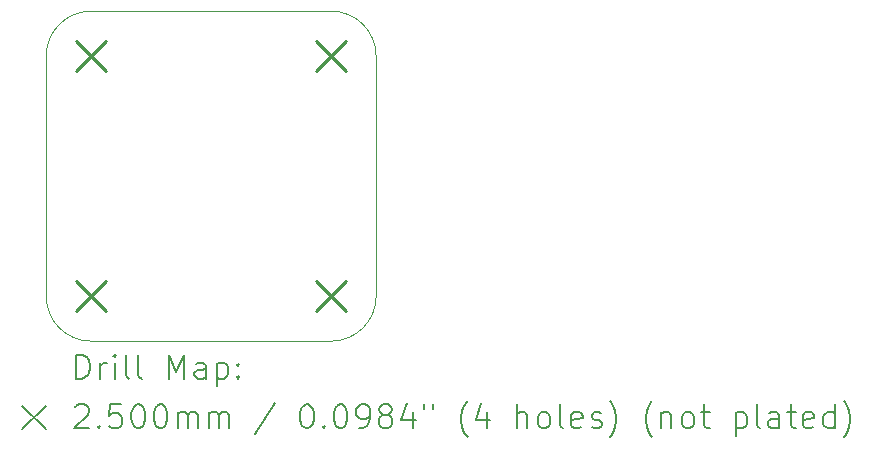
<source format=gbr>
%TF.GenerationSoftware,KiCad,Pcbnew,7.0.8*%
%TF.CreationDate,2023-10-26T16:31:38-05:00*%
%TF.ProjectId,iowa-rover-kiosk-power-cycler,696f7761-2d72-46f7-9665-722d6b696f73,rev?*%
%TF.SameCoordinates,Original*%
%TF.FileFunction,Drillmap*%
%TF.FilePolarity,Positive*%
%FSLAX45Y45*%
G04 Gerber Fmt 4.5, Leading zero omitted, Abs format (unit mm)*
G04 Created by KiCad (PCBNEW 7.0.8) date 2023-10-26 16:31:38*
%MOMM*%
%LPD*%
G01*
G04 APERTURE LIST*
%ADD10C,0.100000*%
%ADD11C,0.200000*%
%ADD12C,0.250000*%
G04 APERTURE END LIST*
D10*
X12573000Y-4572000D02*
X10541000Y-4572000D01*
X12954000Y-6985000D02*
X12954000Y-4953000D01*
X10541000Y-7366000D02*
X12573000Y-7366000D01*
X10160000Y-4953000D02*
X10160000Y-6985000D01*
X10160000Y-6985000D02*
G75*
G03*
X10541000Y-7366000I381000J0D01*
G01*
X12573000Y-7366000D02*
G75*
G03*
X12954000Y-6985000I0J381000D01*
G01*
X12954000Y-4953000D02*
G75*
G03*
X12573000Y-4572000I-381000J0D01*
G01*
X10541000Y-4572000D02*
G75*
G03*
X10160000Y-4953000I0J-381000D01*
G01*
D11*
D12*
X10416000Y-4828000D02*
X10666000Y-5078000D01*
X10666000Y-4828000D02*
X10416000Y-5078000D01*
X10416000Y-6860000D02*
X10666000Y-7110000D01*
X10666000Y-6860000D02*
X10416000Y-7110000D01*
X12448000Y-4828000D02*
X12698000Y-5078000D01*
X12698000Y-4828000D02*
X12448000Y-5078000D01*
X12448000Y-6860000D02*
X12698000Y-7110000D01*
X12698000Y-6860000D02*
X12448000Y-7110000D01*
D11*
X10415777Y-7682484D02*
X10415777Y-7482484D01*
X10415777Y-7482484D02*
X10463396Y-7482484D01*
X10463396Y-7482484D02*
X10491967Y-7492008D01*
X10491967Y-7492008D02*
X10511015Y-7511055D01*
X10511015Y-7511055D02*
X10520539Y-7530103D01*
X10520539Y-7530103D02*
X10530063Y-7568198D01*
X10530063Y-7568198D02*
X10530063Y-7596769D01*
X10530063Y-7596769D02*
X10520539Y-7634865D01*
X10520539Y-7634865D02*
X10511015Y-7653912D01*
X10511015Y-7653912D02*
X10491967Y-7672960D01*
X10491967Y-7672960D02*
X10463396Y-7682484D01*
X10463396Y-7682484D02*
X10415777Y-7682484D01*
X10615777Y-7682484D02*
X10615777Y-7549150D01*
X10615777Y-7587246D02*
X10625301Y-7568198D01*
X10625301Y-7568198D02*
X10634824Y-7558674D01*
X10634824Y-7558674D02*
X10653872Y-7549150D01*
X10653872Y-7549150D02*
X10672920Y-7549150D01*
X10739586Y-7682484D02*
X10739586Y-7549150D01*
X10739586Y-7482484D02*
X10730063Y-7492008D01*
X10730063Y-7492008D02*
X10739586Y-7501531D01*
X10739586Y-7501531D02*
X10749110Y-7492008D01*
X10749110Y-7492008D02*
X10739586Y-7482484D01*
X10739586Y-7482484D02*
X10739586Y-7501531D01*
X10863396Y-7682484D02*
X10844348Y-7672960D01*
X10844348Y-7672960D02*
X10834824Y-7653912D01*
X10834824Y-7653912D02*
X10834824Y-7482484D01*
X10968158Y-7682484D02*
X10949110Y-7672960D01*
X10949110Y-7672960D02*
X10939586Y-7653912D01*
X10939586Y-7653912D02*
X10939586Y-7482484D01*
X11196729Y-7682484D02*
X11196729Y-7482484D01*
X11196729Y-7482484D02*
X11263396Y-7625341D01*
X11263396Y-7625341D02*
X11330062Y-7482484D01*
X11330062Y-7482484D02*
X11330062Y-7682484D01*
X11511015Y-7682484D02*
X11511015Y-7577722D01*
X11511015Y-7577722D02*
X11501491Y-7558674D01*
X11501491Y-7558674D02*
X11482443Y-7549150D01*
X11482443Y-7549150D02*
X11444348Y-7549150D01*
X11444348Y-7549150D02*
X11425301Y-7558674D01*
X11511015Y-7672960D02*
X11491967Y-7682484D01*
X11491967Y-7682484D02*
X11444348Y-7682484D01*
X11444348Y-7682484D02*
X11425301Y-7672960D01*
X11425301Y-7672960D02*
X11415777Y-7653912D01*
X11415777Y-7653912D02*
X11415777Y-7634865D01*
X11415777Y-7634865D02*
X11425301Y-7615817D01*
X11425301Y-7615817D02*
X11444348Y-7606293D01*
X11444348Y-7606293D02*
X11491967Y-7606293D01*
X11491967Y-7606293D02*
X11511015Y-7596769D01*
X11606253Y-7549150D02*
X11606253Y-7749150D01*
X11606253Y-7558674D02*
X11625301Y-7549150D01*
X11625301Y-7549150D02*
X11663396Y-7549150D01*
X11663396Y-7549150D02*
X11682443Y-7558674D01*
X11682443Y-7558674D02*
X11691967Y-7568198D01*
X11691967Y-7568198D02*
X11701491Y-7587246D01*
X11701491Y-7587246D02*
X11701491Y-7644388D01*
X11701491Y-7644388D02*
X11691967Y-7663436D01*
X11691967Y-7663436D02*
X11682443Y-7672960D01*
X11682443Y-7672960D02*
X11663396Y-7682484D01*
X11663396Y-7682484D02*
X11625301Y-7682484D01*
X11625301Y-7682484D02*
X11606253Y-7672960D01*
X11787205Y-7663436D02*
X11796729Y-7672960D01*
X11796729Y-7672960D02*
X11787205Y-7682484D01*
X11787205Y-7682484D02*
X11777682Y-7672960D01*
X11777682Y-7672960D02*
X11787205Y-7663436D01*
X11787205Y-7663436D02*
X11787205Y-7682484D01*
X11787205Y-7558674D02*
X11796729Y-7568198D01*
X11796729Y-7568198D02*
X11787205Y-7577722D01*
X11787205Y-7577722D02*
X11777682Y-7568198D01*
X11777682Y-7568198D02*
X11787205Y-7558674D01*
X11787205Y-7558674D02*
X11787205Y-7577722D01*
X9955000Y-7911000D02*
X10155000Y-8111000D01*
X10155000Y-7911000D02*
X9955000Y-8111000D01*
X10406253Y-7921531D02*
X10415777Y-7912008D01*
X10415777Y-7912008D02*
X10434824Y-7902484D01*
X10434824Y-7902484D02*
X10482444Y-7902484D01*
X10482444Y-7902484D02*
X10501491Y-7912008D01*
X10501491Y-7912008D02*
X10511015Y-7921531D01*
X10511015Y-7921531D02*
X10520539Y-7940579D01*
X10520539Y-7940579D02*
X10520539Y-7959627D01*
X10520539Y-7959627D02*
X10511015Y-7988198D01*
X10511015Y-7988198D02*
X10396729Y-8102484D01*
X10396729Y-8102484D02*
X10520539Y-8102484D01*
X10606253Y-8083436D02*
X10615777Y-8092960D01*
X10615777Y-8092960D02*
X10606253Y-8102484D01*
X10606253Y-8102484D02*
X10596729Y-8092960D01*
X10596729Y-8092960D02*
X10606253Y-8083436D01*
X10606253Y-8083436D02*
X10606253Y-8102484D01*
X10796729Y-7902484D02*
X10701491Y-7902484D01*
X10701491Y-7902484D02*
X10691967Y-7997722D01*
X10691967Y-7997722D02*
X10701491Y-7988198D01*
X10701491Y-7988198D02*
X10720539Y-7978674D01*
X10720539Y-7978674D02*
X10768158Y-7978674D01*
X10768158Y-7978674D02*
X10787205Y-7988198D01*
X10787205Y-7988198D02*
X10796729Y-7997722D01*
X10796729Y-7997722D02*
X10806253Y-8016769D01*
X10806253Y-8016769D02*
X10806253Y-8064388D01*
X10806253Y-8064388D02*
X10796729Y-8083436D01*
X10796729Y-8083436D02*
X10787205Y-8092960D01*
X10787205Y-8092960D02*
X10768158Y-8102484D01*
X10768158Y-8102484D02*
X10720539Y-8102484D01*
X10720539Y-8102484D02*
X10701491Y-8092960D01*
X10701491Y-8092960D02*
X10691967Y-8083436D01*
X10930063Y-7902484D02*
X10949110Y-7902484D01*
X10949110Y-7902484D02*
X10968158Y-7912008D01*
X10968158Y-7912008D02*
X10977682Y-7921531D01*
X10977682Y-7921531D02*
X10987205Y-7940579D01*
X10987205Y-7940579D02*
X10996729Y-7978674D01*
X10996729Y-7978674D02*
X10996729Y-8026293D01*
X10996729Y-8026293D02*
X10987205Y-8064388D01*
X10987205Y-8064388D02*
X10977682Y-8083436D01*
X10977682Y-8083436D02*
X10968158Y-8092960D01*
X10968158Y-8092960D02*
X10949110Y-8102484D01*
X10949110Y-8102484D02*
X10930063Y-8102484D01*
X10930063Y-8102484D02*
X10911015Y-8092960D01*
X10911015Y-8092960D02*
X10901491Y-8083436D01*
X10901491Y-8083436D02*
X10891967Y-8064388D01*
X10891967Y-8064388D02*
X10882444Y-8026293D01*
X10882444Y-8026293D02*
X10882444Y-7978674D01*
X10882444Y-7978674D02*
X10891967Y-7940579D01*
X10891967Y-7940579D02*
X10901491Y-7921531D01*
X10901491Y-7921531D02*
X10911015Y-7912008D01*
X10911015Y-7912008D02*
X10930063Y-7902484D01*
X11120539Y-7902484D02*
X11139586Y-7902484D01*
X11139586Y-7902484D02*
X11158634Y-7912008D01*
X11158634Y-7912008D02*
X11168158Y-7921531D01*
X11168158Y-7921531D02*
X11177682Y-7940579D01*
X11177682Y-7940579D02*
X11187205Y-7978674D01*
X11187205Y-7978674D02*
X11187205Y-8026293D01*
X11187205Y-8026293D02*
X11177682Y-8064388D01*
X11177682Y-8064388D02*
X11168158Y-8083436D01*
X11168158Y-8083436D02*
X11158634Y-8092960D01*
X11158634Y-8092960D02*
X11139586Y-8102484D01*
X11139586Y-8102484D02*
X11120539Y-8102484D01*
X11120539Y-8102484D02*
X11101491Y-8092960D01*
X11101491Y-8092960D02*
X11091967Y-8083436D01*
X11091967Y-8083436D02*
X11082444Y-8064388D01*
X11082444Y-8064388D02*
X11072920Y-8026293D01*
X11072920Y-8026293D02*
X11072920Y-7978674D01*
X11072920Y-7978674D02*
X11082444Y-7940579D01*
X11082444Y-7940579D02*
X11091967Y-7921531D01*
X11091967Y-7921531D02*
X11101491Y-7912008D01*
X11101491Y-7912008D02*
X11120539Y-7902484D01*
X11272920Y-8102484D02*
X11272920Y-7969150D01*
X11272920Y-7988198D02*
X11282443Y-7978674D01*
X11282443Y-7978674D02*
X11301491Y-7969150D01*
X11301491Y-7969150D02*
X11330063Y-7969150D01*
X11330063Y-7969150D02*
X11349110Y-7978674D01*
X11349110Y-7978674D02*
X11358634Y-7997722D01*
X11358634Y-7997722D02*
X11358634Y-8102484D01*
X11358634Y-7997722D02*
X11368158Y-7978674D01*
X11368158Y-7978674D02*
X11387205Y-7969150D01*
X11387205Y-7969150D02*
X11415777Y-7969150D01*
X11415777Y-7969150D02*
X11434824Y-7978674D01*
X11434824Y-7978674D02*
X11444348Y-7997722D01*
X11444348Y-7997722D02*
X11444348Y-8102484D01*
X11539586Y-8102484D02*
X11539586Y-7969150D01*
X11539586Y-7988198D02*
X11549110Y-7978674D01*
X11549110Y-7978674D02*
X11568158Y-7969150D01*
X11568158Y-7969150D02*
X11596729Y-7969150D01*
X11596729Y-7969150D02*
X11615777Y-7978674D01*
X11615777Y-7978674D02*
X11625301Y-7997722D01*
X11625301Y-7997722D02*
X11625301Y-8102484D01*
X11625301Y-7997722D02*
X11634824Y-7978674D01*
X11634824Y-7978674D02*
X11653872Y-7969150D01*
X11653872Y-7969150D02*
X11682443Y-7969150D01*
X11682443Y-7969150D02*
X11701491Y-7978674D01*
X11701491Y-7978674D02*
X11711015Y-7997722D01*
X11711015Y-7997722D02*
X11711015Y-8102484D01*
X12101491Y-7892960D02*
X11930063Y-8150103D01*
X12358634Y-7902484D02*
X12377682Y-7902484D01*
X12377682Y-7902484D02*
X12396729Y-7912008D01*
X12396729Y-7912008D02*
X12406253Y-7921531D01*
X12406253Y-7921531D02*
X12415777Y-7940579D01*
X12415777Y-7940579D02*
X12425301Y-7978674D01*
X12425301Y-7978674D02*
X12425301Y-8026293D01*
X12425301Y-8026293D02*
X12415777Y-8064388D01*
X12415777Y-8064388D02*
X12406253Y-8083436D01*
X12406253Y-8083436D02*
X12396729Y-8092960D01*
X12396729Y-8092960D02*
X12377682Y-8102484D01*
X12377682Y-8102484D02*
X12358634Y-8102484D01*
X12358634Y-8102484D02*
X12339586Y-8092960D01*
X12339586Y-8092960D02*
X12330063Y-8083436D01*
X12330063Y-8083436D02*
X12320539Y-8064388D01*
X12320539Y-8064388D02*
X12311015Y-8026293D01*
X12311015Y-8026293D02*
X12311015Y-7978674D01*
X12311015Y-7978674D02*
X12320539Y-7940579D01*
X12320539Y-7940579D02*
X12330063Y-7921531D01*
X12330063Y-7921531D02*
X12339586Y-7912008D01*
X12339586Y-7912008D02*
X12358634Y-7902484D01*
X12511015Y-8083436D02*
X12520539Y-8092960D01*
X12520539Y-8092960D02*
X12511015Y-8102484D01*
X12511015Y-8102484D02*
X12501491Y-8092960D01*
X12501491Y-8092960D02*
X12511015Y-8083436D01*
X12511015Y-8083436D02*
X12511015Y-8102484D01*
X12644348Y-7902484D02*
X12663396Y-7902484D01*
X12663396Y-7902484D02*
X12682444Y-7912008D01*
X12682444Y-7912008D02*
X12691967Y-7921531D01*
X12691967Y-7921531D02*
X12701491Y-7940579D01*
X12701491Y-7940579D02*
X12711015Y-7978674D01*
X12711015Y-7978674D02*
X12711015Y-8026293D01*
X12711015Y-8026293D02*
X12701491Y-8064388D01*
X12701491Y-8064388D02*
X12691967Y-8083436D01*
X12691967Y-8083436D02*
X12682444Y-8092960D01*
X12682444Y-8092960D02*
X12663396Y-8102484D01*
X12663396Y-8102484D02*
X12644348Y-8102484D01*
X12644348Y-8102484D02*
X12625301Y-8092960D01*
X12625301Y-8092960D02*
X12615777Y-8083436D01*
X12615777Y-8083436D02*
X12606253Y-8064388D01*
X12606253Y-8064388D02*
X12596729Y-8026293D01*
X12596729Y-8026293D02*
X12596729Y-7978674D01*
X12596729Y-7978674D02*
X12606253Y-7940579D01*
X12606253Y-7940579D02*
X12615777Y-7921531D01*
X12615777Y-7921531D02*
X12625301Y-7912008D01*
X12625301Y-7912008D02*
X12644348Y-7902484D01*
X12806253Y-8102484D02*
X12844348Y-8102484D01*
X12844348Y-8102484D02*
X12863396Y-8092960D01*
X12863396Y-8092960D02*
X12872920Y-8083436D01*
X12872920Y-8083436D02*
X12891967Y-8054865D01*
X12891967Y-8054865D02*
X12901491Y-8016769D01*
X12901491Y-8016769D02*
X12901491Y-7940579D01*
X12901491Y-7940579D02*
X12891967Y-7921531D01*
X12891967Y-7921531D02*
X12882444Y-7912008D01*
X12882444Y-7912008D02*
X12863396Y-7902484D01*
X12863396Y-7902484D02*
X12825301Y-7902484D01*
X12825301Y-7902484D02*
X12806253Y-7912008D01*
X12806253Y-7912008D02*
X12796729Y-7921531D01*
X12796729Y-7921531D02*
X12787206Y-7940579D01*
X12787206Y-7940579D02*
X12787206Y-7988198D01*
X12787206Y-7988198D02*
X12796729Y-8007246D01*
X12796729Y-8007246D02*
X12806253Y-8016769D01*
X12806253Y-8016769D02*
X12825301Y-8026293D01*
X12825301Y-8026293D02*
X12863396Y-8026293D01*
X12863396Y-8026293D02*
X12882444Y-8016769D01*
X12882444Y-8016769D02*
X12891967Y-8007246D01*
X12891967Y-8007246D02*
X12901491Y-7988198D01*
X13015777Y-7988198D02*
X12996729Y-7978674D01*
X12996729Y-7978674D02*
X12987206Y-7969150D01*
X12987206Y-7969150D02*
X12977682Y-7950103D01*
X12977682Y-7950103D02*
X12977682Y-7940579D01*
X12977682Y-7940579D02*
X12987206Y-7921531D01*
X12987206Y-7921531D02*
X12996729Y-7912008D01*
X12996729Y-7912008D02*
X13015777Y-7902484D01*
X13015777Y-7902484D02*
X13053872Y-7902484D01*
X13053872Y-7902484D02*
X13072920Y-7912008D01*
X13072920Y-7912008D02*
X13082444Y-7921531D01*
X13082444Y-7921531D02*
X13091967Y-7940579D01*
X13091967Y-7940579D02*
X13091967Y-7950103D01*
X13091967Y-7950103D02*
X13082444Y-7969150D01*
X13082444Y-7969150D02*
X13072920Y-7978674D01*
X13072920Y-7978674D02*
X13053872Y-7988198D01*
X13053872Y-7988198D02*
X13015777Y-7988198D01*
X13015777Y-7988198D02*
X12996729Y-7997722D01*
X12996729Y-7997722D02*
X12987206Y-8007246D01*
X12987206Y-8007246D02*
X12977682Y-8026293D01*
X12977682Y-8026293D02*
X12977682Y-8064388D01*
X12977682Y-8064388D02*
X12987206Y-8083436D01*
X12987206Y-8083436D02*
X12996729Y-8092960D01*
X12996729Y-8092960D02*
X13015777Y-8102484D01*
X13015777Y-8102484D02*
X13053872Y-8102484D01*
X13053872Y-8102484D02*
X13072920Y-8092960D01*
X13072920Y-8092960D02*
X13082444Y-8083436D01*
X13082444Y-8083436D02*
X13091967Y-8064388D01*
X13091967Y-8064388D02*
X13091967Y-8026293D01*
X13091967Y-8026293D02*
X13082444Y-8007246D01*
X13082444Y-8007246D02*
X13072920Y-7997722D01*
X13072920Y-7997722D02*
X13053872Y-7988198D01*
X13263396Y-7969150D02*
X13263396Y-8102484D01*
X13215777Y-7892960D02*
X13168158Y-8035817D01*
X13168158Y-8035817D02*
X13291967Y-8035817D01*
X13358634Y-7902484D02*
X13358634Y-7940579D01*
X13434825Y-7902484D02*
X13434825Y-7940579D01*
X13730063Y-8178674D02*
X13720539Y-8169150D01*
X13720539Y-8169150D02*
X13701491Y-8140579D01*
X13701491Y-8140579D02*
X13691968Y-8121531D01*
X13691968Y-8121531D02*
X13682444Y-8092960D01*
X13682444Y-8092960D02*
X13672920Y-8045341D01*
X13672920Y-8045341D02*
X13672920Y-8007246D01*
X13672920Y-8007246D02*
X13682444Y-7959627D01*
X13682444Y-7959627D02*
X13691968Y-7931055D01*
X13691968Y-7931055D02*
X13701491Y-7912008D01*
X13701491Y-7912008D02*
X13720539Y-7883436D01*
X13720539Y-7883436D02*
X13730063Y-7873912D01*
X13891968Y-7969150D02*
X13891968Y-8102484D01*
X13844348Y-7892960D02*
X13796729Y-8035817D01*
X13796729Y-8035817D02*
X13920539Y-8035817D01*
X14149110Y-8102484D02*
X14149110Y-7902484D01*
X14234825Y-8102484D02*
X14234825Y-7997722D01*
X14234825Y-7997722D02*
X14225301Y-7978674D01*
X14225301Y-7978674D02*
X14206253Y-7969150D01*
X14206253Y-7969150D02*
X14177682Y-7969150D01*
X14177682Y-7969150D02*
X14158634Y-7978674D01*
X14158634Y-7978674D02*
X14149110Y-7988198D01*
X14358634Y-8102484D02*
X14339587Y-8092960D01*
X14339587Y-8092960D02*
X14330063Y-8083436D01*
X14330063Y-8083436D02*
X14320539Y-8064388D01*
X14320539Y-8064388D02*
X14320539Y-8007246D01*
X14320539Y-8007246D02*
X14330063Y-7988198D01*
X14330063Y-7988198D02*
X14339587Y-7978674D01*
X14339587Y-7978674D02*
X14358634Y-7969150D01*
X14358634Y-7969150D02*
X14387206Y-7969150D01*
X14387206Y-7969150D02*
X14406253Y-7978674D01*
X14406253Y-7978674D02*
X14415777Y-7988198D01*
X14415777Y-7988198D02*
X14425301Y-8007246D01*
X14425301Y-8007246D02*
X14425301Y-8064388D01*
X14425301Y-8064388D02*
X14415777Y-8083436D01*
X14415777Y-8083436D02*
X14406253Y-8092960D01*
X14406253Y-8092960D02*
X14387206Y-8102484D01*
X14387206Y-8102484D02*
X14358634Y-8102484D01*
X14539587Y-8102484D02*
X14520539Y-8092960D01*
X14520539Y-8092960D02*
X14511015Y-8073912D01*
X14511015Y-8073912D02*
X14511015Y-7902484D01*
X14691968Y-8092960D02*
X14672920Y-8102484D01*
X14672920Y-8102484D02*
X14634825Y-8102484D01*
X14634825Y-8102484D02*
X14615777Y-8092960D01*
X14615777Y-8092960D02*
X14606253Y-8073912D01*
X14606253Y-8073912D02*
X14606253Y-7997722D01*
X14606253Y-7997722D02*
X14615777Y-7978674D01*
X14615777Y-7978674D02*
X14634825Y-7969150D01*
X14634825Y-7969150D02*
X14672920Y-7969150D01*
X14672920Y-7969150D02*
X14691968Y-7978674D01*
X14691968Y-7978674D02*
X14701491Y-7997722D01*
X14701491Y-7997722D02*
X14701491Y-8016769D01*
X14701491Y-8016769D02*
X14606253Y-8035817D01*
X14777682Y-8092960D02*
X14796730Y-8102484D01*
X14796730Y-8102484D02*
X14834825Y-8102484D01*
X14834825Y-8102484D02*
X14853872Y-8092960D01*
X14853872Y-8092960D02*
X14863396Y-8073912D01*
X14863396Y-8073912D02*
X14863396Y-8064388D01*
X14863396Y-8064388D02*
X14853872Y-8045341D01*
X14853872Y-8045341D02*
X14834825Y-8035817D01*
X14834825Y-8035817D02*
X14806253Y-8035817D01*
X14806253Y-8035817D02*
X14787206Y-8026293D01*
X14787206Y-8026293D02*
X14777682Y-8007246D01*
X14777682Y-8007246D02*
X14777682Y-7997722D01*
X14777682Y-7997722D02*
X14787206Y-7978674D01*
X14787206Y-7978674D02*
X14806253Y-7969150D01*
X14806253Y-7969150D02*
X14834825Y-7969150D01*
X14834825Y-7969150D02*
X14853872Y-7978674D01*
X14930063Y-8178674D02*
X14939587Y-8169150D01*
X14939587Y-8169150D02*
X14958634Y-8140579D01*
X14958634Y-8140579D02*
X14968158Y-8121531D01*
X14968158Y-8121531D02*
X14977682Y-8092960D01*
X14977682Y-8092960D02*
X14987206Y-8045341D01*
X14987206Y-8045341D02*
X14987206Y-8007246D01*
X14987206Y-8007246D02*
X14977682Y-7959627D01*
X14977682Y-7959627D02*
X14968158Y-7931055D01*
X14968158Y-7931055D02*
X14958634Y-7912008D01*
X14958634Y-7912008D02*
X14939587Y-7883436D01*
X14939587Y-7883436D02*
X14930063Y-7873912D01*
X15291968Y-8178674D02*
X15282444Y-8169150D01*
X15282444Y-8169150D02*
X15263396Y-8140579D01*
X15263396Y-8140579D02*
X15253872Y-8121531D01*
X15253872Y-8121531D02*
X15244349Y-8092960D01*
X15244349Y-8092960D02*
X15234825Y-8045341D01*
X15234825Y-8045341D02*
X15234825Y-8007246D01*
X15234825Y-8007246D02*
X15244349Y-7959627D01*
X15244349Y-7959627D02*
X15253872Y-7931055D01*
X15253872Y-7931055D02*
X15263396Y-7912008D01*
X15263396Y-7912008D02*
X15282444Y-7883436D01*
X15282444Y-7883436D02*
X15291968Y-7873912D01*
X15368158Y-7969150D02*
X15368158Y-8102484D01*
X15368158Y-7988198D02*
X15377682Y-7978674D01*
X15377682Y-7978674D02*
X15396730Y-7969150D01*
X15396730Y-7969150D02*
X15425301Y-7969150D01*
X15425301Y-7969150D02*
X15444349Y-7978674D01*
X15444349Y-7978674D02*
X15453872Y-7997722D01*
X15453872Y-7997722D02*
X15453872Y-8102484D01*
X15577682Y-8102484D02*
X15558634Y-8092960D01*
X15558634Y-8092960D02*
X15549111Y-8083436D01*
X15549111Y-8083436D02*
X15539587Y-8064388D01*
X15539587Y-8064388D02*
X15539587Y-8007246D01*
X15539587Y-8007246D02*
X15549111Y-7988198D01*
X15549111Y-7988198D02*
X15558634Y-7978674D01*
X15558634Y-7978674D02*
X15577682Y-7969150D01*
X15577682Y-7969150D02*
X15606253Y-7969150D01*
X15606253Y-7969150D02*
X15625301Y-7978674D01*
X15625301Y-7978674D02*
X15634825Y-7988198D01*
X15634825Y-7988198D02*
X15644349Y-8007246D01*
X15644349Y-8007246D02*
X15644349Y-8064388D01*
X15644349Y-8064388D02*
X15634825Y-8083436D01*
X15634825Y-8083436D02*
X15625301Y-8092960D01*
X15625301Y-8092960D02*
X15606253Y-8102484D01*
X15606253Y-8102484D02*
X15577682Y-8102484D01*
X15701492Y-7969150D02*
X15777682Y-7969150D01*
X15730063Y-7902484D02*
X15730063Y-8073912D01*
X15730063Y-8073912D02*
X15739587Y-8092960D01*
X15739587Y-8092960D02*
X15758634Y-8102484D01*
X15758634Y-8102484D02*
X15777682Y-8102484D01*
X15996730Y-7969150D02*
X15996730Y-8169150D01*
X15996730Y-7978674D02*
X16015777Y-7969150D01*
X16015777Y-7969150D02*
X16053873Y-7969150D01*
X16053873Y-7969150D02*
X16072920Y-7978674D01*
X16072920Y-7978674D02*
X16082444Y-7988198D01*
X16082444Y-7988198D02*
X16091968Y-8007246D01*
X16091968Y-8007246D02*
X16091968Y-8064388D01*
X16091968Y-8064388D02*
X16082444Y-8083436D01*
X16082444Y-8083436D02*
X16072920Y-8092960D01*
X16072920Y-8092960D02*
X16053873Y-8102484D01*
X16053873Y-8102484D02*
X16015777Y-8102484D01*
X16015777Y-8102484D02*
X15996730Y-8092960D01*
X16206253Y-8102484D02*
X16187206Y-8092960D01*
X16187206Y-8092960D02*
X16177682Y-8073912D01*
X16177682Y-8073912D02*
X16177682Y-7902484D01*
X16368158Y-8102484D02*
X16368158Y-7997722D01*
X16368158Y-7997722D02*
X16358634Y-7978674D01*
X16358634Y-7978674D02*
X16339587Y-7969150D01*
X16339587Y-7969150D02*
X16301492Y-7969150D01*
X16301492Y-7969150D02*
X16282444Y-7978674D01*
X16368158Y-8092960D02*
X16349111Y-8102484D01*
X16349111Y-8102484D02*
X16301492Y-8102484D01*
X16301492Y-8102484D02*
X16282444Y-8092960D01*
X16282444Y-8092960D02*
X16272920Y-8073912D01*
X16272920Y-8073912D02*
X16272920Y-8054865D01*
X16272920Y-8054865D02*
X16282444Y-8035817D01*
X16282444Y-8035817D02*
X16301492Y-8026293D01*
X16301492Y-8026293D02*
X16349111Y-8026293D01*
X16349111Y-8026293D02*
X16368158Y-8016769D01*
X16434825Y-7969150D02*
X16511015Y-7969150D01*
X16463396Y-7902484D02*
X16463396Y-8073912D01*
X16463396Y-8073912D02*
X16472920Y-8092960D01*
X16472920Y-8092960D02*
X16491968Y-8102484D01*
X16491968Y-8102484D02*
X16511015Y-8102484D01*
X16653873Y-8092960D02*
X16634825Y-8102484D01*
X16634825Y-8102484D02*
X16596730Y-8102484D01*
X16596730Y-8102484D02*
X16577682Y-8092960D01*
X16577682Y-8092960D02*
X16568158Y-8073912D01*
X16568158Y-8073912D02*
X16568158Y-7997722D01*
X16568158Y-7997722D02*
X16577682Y-7978674D01*
X16577682Y-7978674D02*
X16596730Y-7969150D01*
X16596730Y-7969150D02*
X16634825Y-7969150D01*
X16634825Y-7969150D02*
X16653873Y-7978674D01*
X16653873Y-7978674D02*
X16663396Y-7997722D01*
X16663396Y-7997722D02*
X16663396Y-8016769D01*
X16663396Y-8016769D02*
X16568158Y-8035817D01*
X16834825Y-8102484D02*
X16834825Y-7902484D01*
X16834825Y-8092960D02*
X16815777Y-8102484D01*
X16815777Y-8102484D02*
X16777682Y-8102484D01*
X16777682Y-8102484D02*
X16758634Y-8092960D01*
X16758634Y-8092960D02*
X16749111Y-8083436D01*
X16749111Y-8083436D02*
X16739587Y-8064388D01*
X16739587Y-8064388D02*
X16739587Y-8007246D01*
X16739587Y-8007246D02*
X16749111Y-7988198D01*
X16749111Y-7988198D02*
X16758634Y-7978674D01*
X16758634Y-7978674D02*
X16777682Y-7969150D01*
X16777682Y-7969150D02*
X16815777Y-7969150D01*
X16815777Y-7969150D02*
X16834825Y-7978674D01*
X16911016Y-8178674D02*
X16920539Y-8169150D01*
X16920539Y-8169150D02*
X16939587Y-8140579D01*
X16939587Y-8140579D02*
X16949111Y-8121531D01*
X16949111Y-8121531D02*
X16958635Y-8092960D01*
X16958635Y-8092960D02*
X16968158Y-8045341D01*
X16968158Y-8045341D02*
X16968158Y-8007246D01*
X16968158Y-8007246D02*
X16958635Y-7959627D01*
X16958635Y-7959627D02*
X16949111Y-7931055D01*
X16949111Y-7931055D02*
X16939587Y-7912008D01*
X16939587Y-7912008D02*
X16920539Y-7883436D01*
X16920539Y-7883436D02*
X16911016Y-7873912D01*
M02*

</source>
